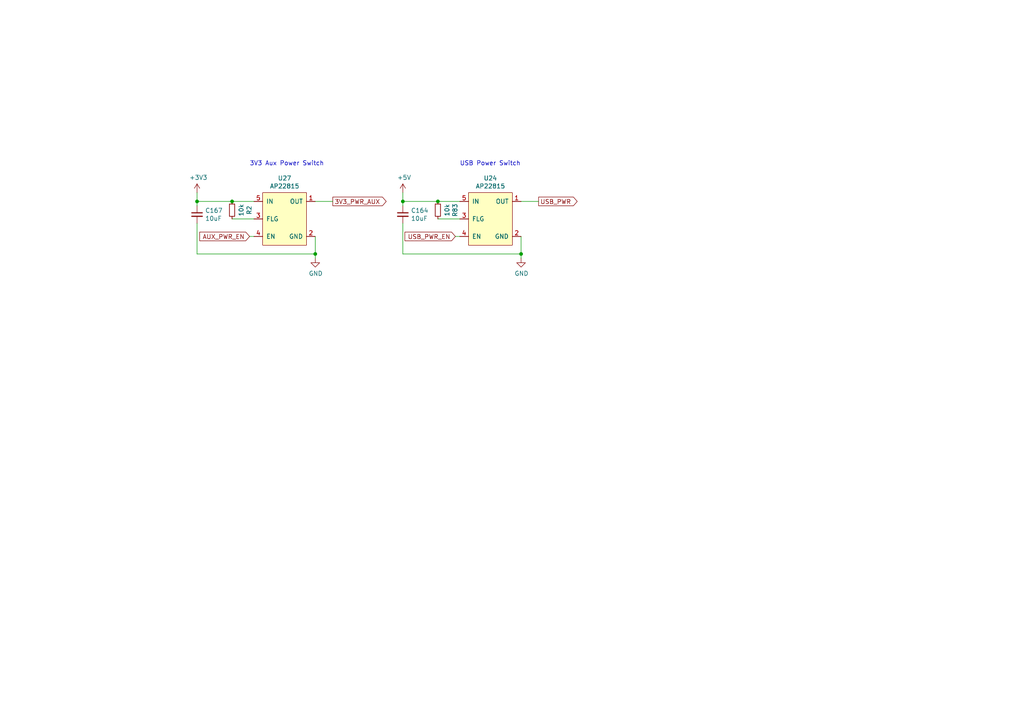
<source format=kicad_sch>
(kicad_sch (version 20211123) (generator eeschema)
  (paper "A4")
  (title_block (title "Reform 2 USB Power") (date "2022-10-12") (rev "2.5D-1") (company "MNT Research GmbH") (comment 1 "https://mntre.com") (comment 2 "Engineer: Lukas F. Hartmann") (comment 3 "License: CERN-OHL-S 2.0"))
  (lib_symbols
    (symbol "Device:C_Small" (pin_numbers hide) (pin_names (offset 0.254) hide)
      (property "Reference" "C" (at 0.254 1.778 0))
      (property "Value" "C_Small" (at 0.254 -2.032 0))
      (symbol "C_Small_0_1"
        (polyline (pts (xy -1.524 -0.508) (xy 1.524 -0.508)) (stroke (width 0.3302)))
        (polyline (pts (xy -1.524 0.508) (xy 1.524 0.508)) (stroke (width 0.3048)))
      )
      (symbol "C_Small_1_1"
        (pin passive line (at 0 2.54 270) (length 2.032) (name "~") (number "1"))
        (pin passive line (at 0 -2.54 90) (length 2.032) (name "~") (number "2"))
      )
    )
    (symbol "Device:R_Small" (pin_numbers hide) (pin_names (offset 0.254) hide)
      (property "Reference" "R" (at 0.762 0.508 0))
      (property "Value" "R_Small" (at 0.762 -1.016 0))
      (symbol "R_Small_0_1"
        (rectangle (start -0.762 1.778) (end 0.762 -1.778) (stroke (width 0.2032)))
      )
      (symbol "R_Small_1_1"
        (pin passive line (at 0 2.54 270) (length 0.762) (name "~") (number "1"))
        (pin passive line (at 0 -2.54 90) (length 0.762) (name "~") (number "2"))
      )
    )
    (symbol "power:+3V3" (power) (pin_names (offset 0))
      (property "Value" "+3V3" (at 0 3.556 0))
      (symbol "+3V3_0_1"
        (polyline (pts (xy -0.762 1.27) (xy 0 2.54)))
        (polyline (pts (xy 0 0) (xy 0 2.54)))
        (polyline (pts (xy 0 2.54) (xy 0.762 1.27)))
      )
      (symbol "+3V3_1_1"
        (pin power_in line (at 0 0 90) (length 0) hide (name "+3V3") (number "1"))
      )
    )
    (symbol "power:+5V" (power) (pin_names (offset 0))
      (property "Value" "+5V" (at 0 3.556 0))
      (symbol "+5V_0_1"
        (polyline (pts (xy -0.762 1.27) (xy 0 2.54)))
        (polyline (pts (xy 0 0) (xy 0 2.54)))
        (polyline (pts (xy 0 2.54) (xy 0.762 1.27)))
      )
      (symbol "+5V_1_1"
        (pin power_in line (at 0 0 90) (length 0) hide (name "+5V") (number "1"))
      )
    )
    (symbol "power:GND" (power) (pin_names (offset 0))
      (property "Value" "GND" (at 0 -3.81 0))
      (symbol "GND_0_1"
        (polyline (pts (xy 0 0) (xy 0 -1.27) (xy 1.27 -1.27) (xy 0 -2.54) (xy -1.27 -1.27) (xy 0 -1.27)))
      )
      (symbol "GND_1_1"
        (pin power_in line (at 0 0 270) (length 0) hide (name "GND") (number "1"))
      )
    )
    (symbol "reform2:AP22815" (pin_names (offset 1.016))
      (property "Reference" "U" (at 0 -8.89 0))
      (property "Value" "AP22815" (at 0 8.89 0))
      (symbol "AP22815_0_0"
        (pin power_out line (at 8.89 5.08 180) (length 2.54) (name "OUT") (number "1"))
        (pin power_in line (at 8.89 -5.08 180) (length 2.54) (name "GND") (number "2"))
        (pin bidirectional line (at -8.89 0 0) (length 2.54) (name "FLG") (number "3"))
        (pin input line (at -8.89 -5.08 0) (length 2.54) (name "EN") (number "4"))
        (pin power_in line (at -8.89 5.08 0) (length 2.54) (name "IN") (number "5"))
      )
      (symbol "AP22815_0_1"
        (rectangle (start -6.35 7.62) (end 6.35 -7.62) (fill (type background)))
      )
    )
  )
  (junction (at 127 58.42))
  (junction (at 151.13 73.66))
  (junction (at 91.44 73.66))
  (junction (at 57.15 58.42))
  (junction (at 67.31 58.42))
  (junction (at 116.84 58.42))
  (wire (pts (xy 57.15 55.88) (xy 57.15 58.42)))
  (wire (pts (xy 57.15 59.69) (xy 57.15 58.42)))
  (wire (pts (xy 57.15 73.66) (xy 57.15 64.77)))
  (wire (pts (xy 67.31 58.42) (xy 73.66 58.42)))
  (wire (pts (xy 127 58.42) (xy 133.35 58.42)))
  (wire (pts (xy 91.44 74.93) (xy 91.44 73.66)))
  (wire (pts (xy 91.44 73.66) (xy 57.15 73.66)))
  (wire (pts (xy 73.66 63.5) (xy 67.31 63.5)))
  (wire (pts (xy 91.44 58.42) (xy 96.52 58.42)))
  (wire (pts (xy 57.15 58.42) (xy 67.31 58.42)))
  (wire (pts (xy 116.84 73.66) (xy 116.84 64.77)))
  (wire (pts (xy 151.13 68.58) (xy 151.13 73.66)))
  (wire (pts (xy 133.35 63.5) (xy 127 63.5)))
  (wire (pts (xy 132.08 68.58) (xy 133.35 68.58)))
  (wire (pts (xy 91.44 68.58) (xy 91.44 73.66)))
  (wire (pts (xy 151.13 74.93) (xy 151.13 73.66)))
  (wire (pts (xy 151.13 73.66) (xy 116.84 73.66)))
  (wire (pts (xy 151.13 58.42) (xy 156.21 58.42)))
  (wire (pts (xy 116.84 59.69) (xy 116.84 58.42)))
  (wire (pts (xy 116.84 55.88) (xy 116.84 58.42)))
  (wire (pts (xy 72.39 68.58) (xy 73.66 68.58)))
  (wire (pts (xy 116.84 58.42) (xy 127 58.42)))
  (text "3V3 Aux Power Switch" (at 72.39 48.26 0) (effects (font (size 1.27 1.27)) (justify left bottom)))
  (text "USB Power Switch" (at 133.35 48.26 0) (effects (font (size 1.27 1.27)) (justify left bottom)))
  (global_label "3V3_PWR_AUX" (shape output) (at 96.52 58.42 0) (property "Intersheet References" "${INTERSHEET_REFS}" (effects hide)))
  (global_label "AUX_PWR_EN" (shape input) (at 72.39 68.58 180) (property "Intersheet References" "${INTERSHEET_REFS}" (effects hide)))
  (global_label "USB_PWR" (shape output) (at 156.21 58.42 0) (property "Intersheet References" "${INTERSHEET_REFS}" (effects hide)))
  (global_label "USB_PWR_EN" (shape input) (at 132.08 68.58 180) (property "Intersheet References" "${INTERSHEET_REFS}" (effects hide)))
  (symbol (lib_id "power:+5V") (at 116.84 55.88 0) (unit 1)
    (property "Reference" "#PWR0255" (effects hide))
    (property "Value" "+5V" (at 117.221 51.4858 0))
  )
  (symbol (lib_id "power:GND") (at 151.13 74.93 0) (unit 1)
    (property "Reference" "#PWR0254" (effects hide))
    (property "Value" "GND" (at 151.257 79.3242 0))
  )
  (symbol (lib_id "Device:R_Small") (at 127 60.96 180) (unit 1)
    (property "Reference" "R83" (at 131.9784 60.96 90))
    (property "Value" "10k" (at 129.667 60.96 90))
    (property "Footprint" "Resistor_SMD:R_0603_1608Metric" (effects hide))
    (property "Manufacturer" "Yageo" (effects hide))
    (property "Manufacturer_No" "RC0603FR-0710KL" (effects hide))
    (property "Checked" "y" (effects hide))
    (property "Distributor" "Mouser" (effects hide))
  )
  (symbol (lib_id "Device:C_Small") (at 116.84 62.23 0) (unit 1)
    (property "Reference" "C164" (at 119.1768 61.0616 0) (effects (justify left)))
    (property "Value" "10uF" (at 119.1768 63.373 0) (effects (justify left)))
    (property "Footprint" "Capacitor_SMD:C_0603_1608Metric" (effects hide))
    (property "Manufacturer" "Murata" (effects hide))
    (property "Manufacturer_No" "GRM188R6YA106MA73D" (effects hide))
    (property "Checked" "y" (effects hide))
    (property "Distributor" "Mouser" (effects hide))
  )
  (symbol (lib_id "reform2:AP22815") (at 142.24 63.5 0) (unit 1)
    (property "Reference" "U24" (at 142.24 51.689 0))
    (property "Value" "AP22815" (at 142.24 54.0004 0))
    (property "Footprint" "footprints:TSOT-25" (effects hide))
    (property "Manufacturer" "Diodes, Inc." (effects hide))
    (property "Manufacturer_No" "AP22815AWT-7" (effects hide))
    (property "Checked" "y" (effects hide))
    (property "Distributor" "Mouser" (effects hide))
  )
  (symbol (lib_id "power:GND") (at 91.44 74.93 0) (unit 1)
    (property "Reference" "#PWR0256" (effects hide))
    (property "Value" "GND" (at 91.567 79.3242 0))
  )
  (symbol (lib_id "Device:R_Small") (at 67.31 60.96 180) (unit 1)
    (property "Reference" "R2" (at 72.2884 60.96 90))
    (property "Value" "10k" (at 69.977 60.96 90))
    (property "Footprint" "Resistor_SMD:R_0603_1608Metric" (effects hide))
    (property "Manufacturer" "Yageo" (effects hide))
    (property "Manufacturer_No" "RC0603FR-0710KL" (effects hide))
    (property "Checked" "y" (effects hide))
    (property "Distributor" "Mouser" (effects hide))
  )
  (symbol (lib_id "Device:C_Small") (at 57.15 62.23 0) (unit 1)
    (property "Reference" "C167" (at 59.4868 61.0616 0) (effects (justify left)))
    (property "Value" "10uF" (at 59.4868 63.373 0) (effects (justify left)))
    (property "Footprint" "Capacitor_SMD:C_0603_1608Metric" (effects hide))
    (property "Manufacturer" "Murata" (effects hide))
    (property "Manufacturer_No" "GRM188R6YA106MA73D" (effects hide))
    (property "Checked" "y" (effects hide))
    (property "Distributor" "Mouser" (effects hide))
  )
  (symbol (lib_id "reform2:AP22815") (at 82.55 63.5 0) (unit 1)
    (property "Reference" "U27" (at 82.55 51.689 0))
    (property "Value" "AP22815" (at 82.55 54.0004 0))
    (property "Footprint" "footprints:TSOT-25" (effects hide))
    (property "Manufacturer" "Diodes, Inc." (effects hide))
    (property "Manufacturer_No" "AP22815AWT-7" (effects hide))
    (property "Checked" "y" (effects hide))
    (property "Distributor" "Mouser" (effects hide))
  )
  (symbol (lib_id "power:+3V3") (at 57.15 55.88 0) (unit 1)
    (property "Reference" "#PWR0257" (effects hide))
    (property "Value" "+3V3" (at 57.531 51.4858 0))
  )
)
</source>
